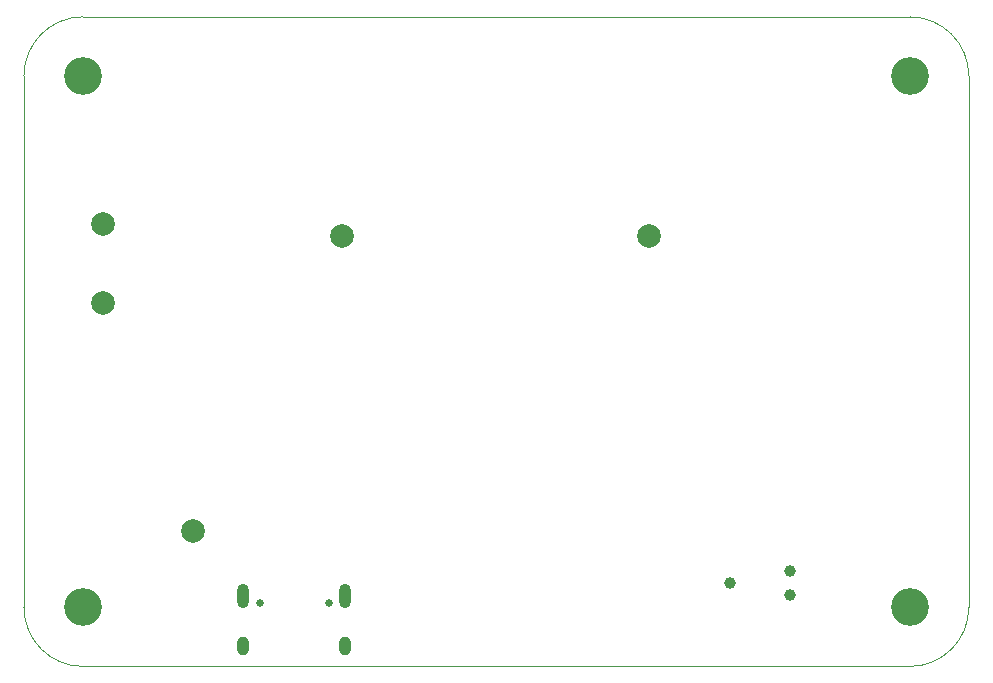
<source format=gbr>
%TF.GenerationSoftware,KiCad,Pcbnew,5.1.7-a382d34a8~87~ubuntu20.04.1*%
%TF.CreationDate,2020-10-04T21:32:38+03:00*%
%TF.ProjectId,GB-CARTPP-XC,47422d43-4152-4545-9050-2d58432e6b69,v1.2*%
%TF.SameCoordinates,Original*%
%TF.FileFunction,Soldermask,Bot*%
%TF.FilePolarity,Negative*%
%FSLAX46Y46*%
G04 Gerber Fmt 4.6, Leading zero omitted, Abs format (unit mm)*
G04 Created by KiCad (PCBNEW 5.1.7-a382d34a8~87~ubuntu20.04.1) date 2020-10-04 21:32:38*
%MOMM*%
%LPD*%
G01*
G04 APERTURE LIST*
%TA.AperFunction,Profile*%
%ADD10C,0.050000*%
%TD*%
%ADD11C,2.000000*%
%ADD12O,1.000000X2.100000*%
%ADD13C,0.650000*%
%ADD14O,1.000000X1.600000*%
%ADD15C,0.990600*%
%ADD16C,3.200000*%
G04 APERTURE END LIST*
D10*
X130000000Y-100000000D02*
G75*
G02*
X125000000Y-105000000I-5000000J0D01*
G01*
X55000000Y-105000000D02*
G75*
G02*
X50000000Y-100000000I0J5000000D01*
G01*
X50000000Y-55000000D02*
G75*
G02*
X55000000Y-50000000I5000000J0D01*
G01*
X125000000Y-50000000D02*
G75*
G02*
X130000000Y-55000000I0J-5000000D01*
G01*
X50000000Y-100000000D02*
X50000000Y-55000000D01*
X125000000Y-105000000D02*
X55000000Y-105000000D01*
X130000000Y-55000000D02*
X130000000Y-100000000D01*
X55000000Y-50000000D02*
X125000000Y-50000000D01*
D11*
%TO.C,TP4*%
X56700000Y-67500000D03*
%TD*%
D12*
%TO.C,J1*%
X77220000Y-99070000D03*
X68580000Y-99070000D03*
D13*
X70010000Y-99600000D03*
D14*
X68580000Y-103250000D03*
D13*
X75790000Y-99600000D03*
D14*
X77220000Y-103250000D03*
%TD*%
D11*
%TO.C,TP3*%
X56700000Y-74200000D03*
%TD*%
%TO.C,J3*%
X102950000Y-68550000D03*
X76950000Y-68550000D03*
%TD*%
%TO.C,TP1*%
X64300000Y-93500000D03*
%TD*%
D15*
%TO.C,J2*%
X109760000Y-97900000D03*
X114840000Y-98916000D03*
X114840000Y-96884000D03*
%TD*%
D16*
%TO.C,H4*%
X125000000Y-100000000D03*
%TD*%
%TO.C,H3*%
X55000000Y-100000000D03*
%TD*%
%TO.C,H2*%
X55000000Y-55000000D03*
%TD*%
%TO.C,H1*%
X125000000Y-55000000D03*
%TD*%
M02*

</source>
